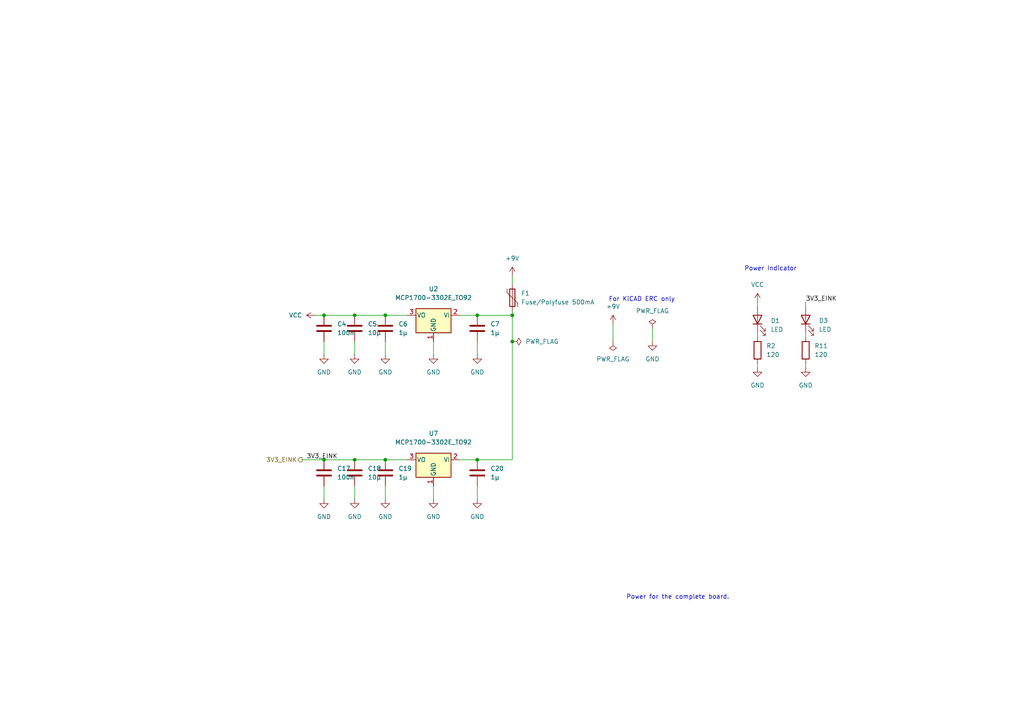
<source format=kicad_sch>
(kicad_sch (version 20211123) (generator eeschema)
  (paper "A4")
  (lib_symbols
    (symbol "Device:C" (pin_numbers hide) (pin_names (offset 0.254))
      (property "Reference" "C" (at 0.635 2.54 0))
      (property "Value" "C" (at 0.635 -2.54 0))
      (symbol "C_0_1"
        (polyline (pts (xy -2.032 -0.762) (xy 2.032 -0.762)) (stroke (width 0.508)))
        (polyline (pts (xy -2.032 0.762) (xy 2.032 0.762)) (stroke (width 0.508)))
      )
      (symbol "C_1_1"
        (pin passive line (at 0 3.81 270) (length 2.794) (name "~") (number "1"))
        (pin passive line (at 0 -3.81 90) (length 2.794) (name "~") (number "2"))
      )
    )
    (symbol "Device:LED" (pin_numbers hide) (pin_names (offset 1.016) hide)
      (property "Reference" "D" (at 0 2.54 0))
      (property "Value" "LED" (at 0 -2.54 0))
      (symbol "LED_0_1"
        (polyline (pts (xy -1.27 -1.27) (xy -1.27 1.27)) (stroke (width 0.254)))
        (polyline (pts (xy -1.27 0) (xy 1.27 0)))
        (polyline (pts (xy 1.27 -1.27) (xy 1.27 1.27) (xy -1.27 0) (xy 1.27 -1.27)) (stroke (width 0.254)))
        (polyline (pts (xy -3.048 -0.762) (xy -4.572 -2.286) (xy -3.81 -2.286) (xy -4.572 -2.286) (xy -4.572 -1.524)))
        (polyline (pts (xy -1.778 -0.762) (xy -3.302 -2.286) (xy -2.54 -2.286) (xy -3.302 -2.286) (xy -3.302 -1.524)))
      )
      (symbol "LED_1_1"
        (pin passive line (at -3.81 0 0) (length 2.54) (name "K") (number "1"))
        (pin passive line (at 3.81 0 180) (length 2.54) (name "A") (number "2"))
      )
    )
    (symbol "Device:Polyfuse" (pin_numbers hide) (pin_names (offset 0))
      (property "Reference" "F" (at -2.54 0 90))
      (property "Value" "Polyfuse" (at 2.54 0 90))
      (symbol "Polyfuse_0_1"
        (rectangle (start -0.762 2.54) (end 0.762 -2.54) (stroke (width 0.254)))
        (polyline (pts (xy 0 2.54) (xy 0 -2.54)))
        (polyline (pts (xy -1.524 2.54) (xy -1.524 1.524) (xy 1.524 -1.524) (xy 1.524 -2.54)))
      )
      (symbol "Polyfuse_1_1"
        (pin passive line (at 0 3.81 270) (length 1.27) (name "~") (number "1"))
        (pin passive line (at 0 -3.81 90) (length 1.27) (name "~") (number "2"))
      )
    )
    (symbol "Device:R" (pin_numbers hide) (pin_names (offset 0))
      (property "Reference" "R" (at 2.032 0 90))
      (property "Value" "R" (at 0 0 90))
      (symbol "R_0_1"
        (rectangle (start -1.016 -2.54) (end 1.016 2.54) (stroke (width 0.254)))
      )
      (symbol "R_1_1"
        (pin passive line (at 0 3.81 270) (length 1.27) (name "~") (number "1"))
        (pin passive line (at 0 -3.81 90) (length 1.27) (name "~") (number "2"))
      )
    )
    (symbol "Regulator_Linear:MCP1700-3302E_TO92" (pin_names (offset 0.254))
      (property "Reference" "U" (at -3.81 -3.175 0))
      (property "Value" "MCP1700-3302E_TO92" (at 0 -3.175 0))
      (symbol "MCP1700-3302E_TO92_0_1"
        (rectangle (start -5.08 5.08) (end 5.08 -1.905) (stroke (width 0.254)) (fill (type background)))
      )
      (symbol "MCP1700-3302E_TO92_1_1"
        (pin power_in line (at 0 7.62 270) (length 2.54) (name "GND") (number "1"))
        (pin power_in line (at -7.62 0 0) (length 2.54) (name "VI") (number "2"))
        (pin power_out line (at 7.62 0 180) (length 2.54) (name "VO") (number "3"))
      )
    )
    (symbol "power:+9V" (power) (pin_names (offset 0))
      (property "Value" "+9V" (at 0 3.556 0))
      (symbol "+9V_0_1"
        (polyline (pts (xy -0.762 1.27) (xy 0 2.54)))
        (polyline (pts (xy 0 0) (xy 0 2.54)))
        (polyline (pts (xy 0 2.54) (xy 0.762 1.27)))
      )
      (symbol "+9V_1_1"
        (pin power_in line (at 0 0 90) (length 0) hide (name "+9V") (number "1"))
      )
    )
    (symbol "power:GND" (power) (pin_names (offset 0))
      (property "Value" "GND" (at 0 -3.81 0))
      (symbol "GND_0_1"
        (polyline (pts (xy 0 0) (xy 0 -1.27) (xy 1.27 -1.27) (xy 0 -2.54) (xy -1.27 -1.27) (xy 0 -1.27)))
      )
      (symbol "GND_1_1"
        (pin power_in line (at 0 0 270) (length 0) hide (name "GND") (number "1"))
      )
    )
    (symbol "power:PWR_FLAG" (power) (pin_numbers hide) (pin_names (offset 0) hide)
      (property "Value" "PWR_FLAG" (at 0 3.81 0))
      (symbol "PWR_FLAG_0_0"
        (pin power_out line (at 0 0 90) (length 0) (name "pwr") (number "1"))
      )
      (symbol "PWR_FLAG_0_1"
        (polyline (pts (xy 0 0) (xy 0 1.27) (xy -1.016 1.905) (xy 0 2.54) (xy 1.016 1.905) (xy 0 1.27)))
      )
    )
    (symbol "power:VCC" (power) (pin_names (offset 0))
      (property "Value" "VCC" (at 0 3.81 0))
      (symbol "VCC_0_1"
        (polyline (pts (xy -0.762 1.27) (xy 0 2.54)))
        (polyline (pts (xy 0 0) (xy 0 2.54)))
        (polyline (pts (xy 0 2.54) (xy 0.762 1.27)))
      )
      (symbol "VCC_1_1"
        (pin power_in line (at 0 0 90) (length 0) hide (name "VCC") (number "1"))
      )
    )
  )
  (junction (at 93.98 133.35))
  (junction (at 138.43 133.35))
  (junction (at 102.87 133.35))
  (junction (at 111.76 133.35))
  (junction (at 111.76 91.44))
  (junction (at 93.98 91.44))
  (junction (at 148.59 99.06))
  (junction (at 138.43 91.44))
  (junction (at 148.59 91.44))
  (junction (at 102.87 91.44))
  (wire (pts (xy 219.71 96.52) (xy 219.71 97.79)))
  (wire (pts (xy 93.98 91.44) (xy 102.87 91.44)))
  (wire (pts (xy 219.71 105.41) (xy 219.71 106.68)))
  (wire (pts (xy 125.73 140.97) (xy 125.73 144.78)))
  (wire (pts (xy 138.43 99.06) (xy 138.43 102.87)))
  (wire (pts (xy 111.76 133.35) (xy 118.11 133.35)))
  (wire (pts (xy 125.73 99.06) (xy 125.73 102.87)))
  (wire (pts (xy 133.35 91.44) (xy 138.43 91.44)))
  (wire (pts (xy 138.43 91.44) (xy 148.59 91.44)))
  (wire (pts (xy 138.43 140.97) (xy 138.43 144.78)))
  (wire (pts (xy 91.44 91.44) (xy 93.98 91.44)))
  (wire (pts (xy 87.63 133.35) (xy 93.98 133.35)))
  (wire (pts (xy 233.68 105.41) (xy 233.68 106.68)))
  (wire (pts (xy 233.68 96.52) (xy 233.68 97.79)))
  (wire (pts (xy 102.87 99.06) (xy 102.87 102.87)))
  (wire (pts (xy 148.59 91.44) (xy 148.59 99.06)))
  (wire (pts (xy 148.59 91.44) (xy 148.59 90.17)))
  (wire (pts (xy 189.23 95.25) (xy 189.23 99.06)))
  (wire (pts (xy 93.98 133.35) (xy 102.87 133.35)))
  (wire (pts (xy 102.87 91.44) (xy 111.76 91.44)))
  (wire (pts (xy 177.8 93.98) (xy 177.8 99.06)))
  (wire (pts (xy 138.43 133.35) (xy 148.59 133.35)))
  (wire (pts (xy 93.98 140.97) (xy 93.98 144.78)))
  (wire (pts (xy 93.98 99.06) (xy 93.98 102.87)))
  (wire (pts (xy 233.68 87.63) (xy 233.68 88.9)))
  (wire (pts (xy 102.87 133.35) (xy 111.76 133.35)))
  (wire (pts (xy 219.71 87.63) (xy 219.71 88.9)))
  (wire (pts (xy 111.76 99.06) (xy 111.76 102.87)))
  (wire (pts (xy 102.87 140.97) (xy 102.87 144.78)))
  (wire (pts (xy 133.35 133.35) (xy 138.43 133.35)))
  (wire (pts (xy 148.59 133.35) (xy 148.59 99.06)))
  (wire (pts (xy 148.59 80.01) (xy 148.59 82.55)))
  (wire (pts (xy 111.76 91.44) (xy 118.11 91.44)))
  (wire (pts (xy 111.76 140.97) (xy 111.76 144.78)))
  (text "For KiCAD ERC only" (at 176.53 87.63 0) (effects (font (size 1.27 1.27)) (justify left bottom)))
  (text "Power Indicator" (at 215.9 78.74 0) (effects (font (size 1.27 1.27)) (justify left bottom)))
  (text "Power for the complete board." (at 181.61 173.99 0) (effects (font (size 1.27 1.27)) (justify left bottom)))
  (label "3V3_EINK" (at 88.9 133.35 0))
  (label "3V3_EINK" (at 233.68 87.63 0))
  (hierarchical_label "3V3_EINK" (shape output) (at 87.63 133.35 180))
  (symbol (lib_id "power:GND") (at 102.87 144.78 0) (unit 1)
    (property "Reference" "#PWR043" (effects hide))
    (property "Value" "GND" (at 102.87 149.86 0))
  )
  (symbol (lib_id "power:GND") (at 219.71 106.68 0) (unit 1)
    (property "Reference" "#PWR022" (effects hide))
    (property "Value" "GND" (at 219.71 111.76 0))
  )
  (symbol (lib_id "Device:C") (at 102.87 137.16 0) (unit 1)
    (property "Reference" "C18" (at 106.68 135.8899 0) (effects (justify left)))
    (property "Value" "10µ" (at 106.68 138.4299 0) (effects (justify left)))
    (property "Footprint" "Capacitor_SMD:C_1206_3216Metric_Pad1.33x1.80mm_HandSolder" (effects hide))
  )
  (symbol (lib_id "power:GND") (at 125.73 144.78 0) (unit 1)
    (property "Reference" "#PWR045" (effects hide))
    (property "Value" "GND" (at 125.73 149.86 0))
  )
  (symbol (lib_id "power:VCC") (at 219.71 87.63 0) (unit 1)
    (property "Reference" "#PWR019" (effects hide))
    (property "Value" "VCC" (at 219.71 82.55 0))
  )
  (symbol (lib_id "Regulator_Linear:MCP1700-3302E_TO92") (at 125.73 91.44 180) (unit 1)
    (property "Reference" "U2" (at 125.73 83.82 0))
    (property "Value" "MCP1700-3302E_TO92" (at 125.73 86.36 0))
    (property "Footprint" "Package_TO_SOT_THT:TO-92_Inline" (effects hide))
    (property "Datasheet" "http://ww1.microchip.com/downloads/en/DeviceDoc/20001826D.pdf" (effects hide))
  )
  (symbol (lib_id "power:GND") (at 138.43 144.78 0) (unit 1)
    (property "Reference" "#PWR046" (effects hide))
    (property "Value" "GND" (at 138.43 149.86 0))
  )
  (symbol (lib_id "power:GND") (at 111.76 102.87 0) (unit 1)
    (property "Reference" "#PWR07" (effects hide))
    (property "Value" "GND" (at 111.76 107.95 0))
  )
  (symbol (lib_id "power:GND") (at 189.23 99.06 0) (unit 1)
    (property "Reference" "#PWR018" (effects hide))
    (property "Value" "GND" (at 189.23 104.14 0))
  )
  (symbol (lib_id "power:GND") (at 93.98 144.78 0) (unit 1)
    (property "Reference" "#PWR042" (effects hide))
    (property "Value" "GND" (at 93.98 149.86 0))
  )
  (symbol (lib_id "power:GND") (at 233.68 106.68 0) (unit 1)
    (property "Reference" "#PWR041" (effects hide))
    (property "Value" "GND" (at 233.68 111.76 0))
  )
  (symbol (lib_id "power:+9V") (at 148.59 80.01 0) (unit 1)
    (property "Reference" "#PWR016" (effects hide))
    (property "Value" "+9V" (at 148.59 74.93 0))
  )
  (symbol (lib_id "Device:R") (at 233.68 101.6 0) (unit 1)
    (property "Reference" "R11" (at 236.22 100.3299 0) (effects (justify left)))
    (property "Value" "120" (at 236.22 102.8699 0) (effects (justify left)))
    (property "Footprint" "Resistor_SMD:R_1206_3216Metric_Pad1.30x1.75mm_HandSolder" (effects hide))
  )
  (symbol (lib_id "Device:Polyfuse") (at 148.59 86.36 0) (unit 1)
    (property "Reference" "F1" (at 151.13 85.0899 0) (effects (justify left)))
    (property "Value" "Fuse/Polyfuse 500mA" (at 151.13 87.6299 0) (effects (justify left)))
    (property "Footprint" "Fuse:Fuse_2512_6332Metric_Pad1.52x3.35mm_HandSolder" (effects hide))
  )
  (symbol (lib_id "power:GND") (at 138.43 102.87 0) (unit 1)
    (property "Reference" "#PWR09" (effects hide))
    (property "Value" "GND" (at 138.43 107.95 0))
  )
  (symbol (lib_id "Device:C") (at 93.98 95.25 0) (unit 1)
    (property "Reference" "C4" (at 97.79 93.9799 0) (effects (justify left)))
    (property "Value" "100n" (at 97.79 96.5199 0) (effects (justify left)))
    (property "Footprint" "Capacitor_SMD:C_1206_3216Metric_Pad1.33x1.80mm_HandSolder" (effects hide))
  )
  (symbol (lib_id "Device:C") (at 111.76 95.25 0) (unit 1)
    (property "Reference" "C6" (at 115.57 93.9799 0) (effects (justify left)))
    (property "Value" "1µ" (at 115.57 96.5199 0) (effects (justify left)))
    (property "Footprint" "Capacitor_SMD:C_1206_3216Metric_Pad1.33x1.80mm_HandSolder" (effects hide))
  )
  (symbol (lib_id "Device:LED") (at 233.68 92.71 90) (unit 1)
    (property "Reference" "D3" (at 237.49 93.0274 90) (effects (justify right)))
    (property "Value" "LED" (at 237.49 95.5674 90) (effects (justify right)))
    (property "Footprint" "LED_SMD:LED_1206_3216Metric_Pad1.42x1.75mm_HandSolder" (effects hide))
  )
  (symbol (lib_id "Regulator_Linear:MCP1700-3302E_TO92") (at 125.73 133.35 180) (unit 1)
    (property "Reference" "U7" (at 125.73 125.73 0))
    (property "Value" "MCP1700-3302E_TO92" (at 125.73 128.27 0))
    (property "Footprint" "Package_TO_SOT_THT:TO-92_Inline" (effects hide))
    (property "Datasheet" "http://ww1.microchip.com/downloads/en/DeviceDoc/20001826D.pdf" (effects hide))
  )
  (symbol (lib_id "Device:C") (at 138.43 95.25 0) (unit 1)
    (property "Reference" "C7" (at 142.24 93.9799 0) (effects (justify left)))
    (property "Value" "1µ" (at 142.24 96.5199 0) (effects (justify left)))
    (property "Footprint" "Capacitor_SMD:C_1206_3216Metric_Pad1.33x1.80mm_HandSolder" (effects hide))
  )
  (symbol (lib_id "power:PWR_FLAG") (at 189.23 95.25 0) (unit 1)
    (property "Reference" "#FLG02" (effects hide))
    (property "Value" "PWR_FLAG" (at 189.23 90.17 0))
  )
  (symbol (lib_id "power:GND") (at 102.87 102.87 0) (unit 1)
    (property "Reference" "#PWR06" (effects hide))
    (property "Value" "GND" (at 102.87 107.95 0))
  )
  (symbol (lib_id "Device:C") (at 111.76 137.16 0) (unit 1)
    (property "Reference" "C19" (at 115.57 135.8899 0) (effects (justify left)))
    (property "Value" "1µ" (at 115.57 138.4299 0) (effects (justify left)))
    (property "Footprint" "Capacitor_SMD:C_1206_3216Metric_Pad1.33x1.80mm_HandSolder" (effects hide))
  )
  (symbol (lib_id "Device:C") (at 138.43 137.16 0) (unit 1)
    (property "Reference" "C20" (at 142.24 135.8899 0) (effects (justify left)))
    (property "Value" "1µ" (at 142.24 138.4299 0) (effects (justify left)))
    (property "Footprint" "Capacitor_SMD:C_1206_3216Metric_Pad1.33x1.80mm_HandSolder" (effects hide))
  )
  (symbol (lib_id "power:VCC") (at 91.44 91.44 90) (unit 1)
    (property "Reference" "#PWR04" (effects hide))
    (property "Value" "VCC" (at 87.63 91.4399 90) (effects (justify left)))
  )
  (symbol (lib_id "Device:R") (at 219.71 101.6 0) (unit 1)
    (property "Reference" "R2" (at 222.25 100.3299 0) (effects (justify left)))
    (property "Value" "120" (at 222.25 102.8699 0) (effects (justify left)))
    (property "Footprint" "Resistor_SMD:R_1206_3216Metric_Pad1.30x1.75mm_HandSolder" (effects hide))
  )
  (symbol (lib_id "power:GND") (at 125.73 102.87 0) (unit 1)
    (property "Reference" "#PWR08" (effects hide))
    (property "Value" "GND" (at 125.73 107.95 0))
  )
  (symbol (lib_id "power:GND") (at 111.76 144.78 0) (unit 1)
    (property "Reference" "#PWR044" (effects hide))
    (property "Value" "GND" (at 111.76 149.86 0))
  )
  (symbol (lib_id "power:PWR_FLAG") (at 177.8 99.06 180) (unit 1)
    (property "Reference" "#FLG03" (effects hide))
    (property "Value" "PWR_FLAG" (at 177.8 104.14 0))
  )
  (symbol (lib_id "power:GND") (at 93.98 102.87 0) (unit 1)
    (property "Reference" "#PWR05" (effects hide))
    (property "Value" "GND" (at 93.98 107.95 0))
  )
  (symbol (lib_id "Device:C") (at 102.87 95.25 0) (unit 1)
    (property "Reference" "C5" (at 106.68 93.9799 0) (effects (justify left)))
    (property "Value" "10µ" (at 106.68 96.5199 0) (effects (justify left)))
    (property "Footprint" "Capacitor_SMD:C_1206_3216Metric_Pad1.33x1.80mm_HandSolder" (effects hide))
  )
  (symbol (lib_id "power:+9V") (at 177.8 93.98 0) (unit 1)
    (property "Reference" "#PWR017" (effects hide))
    (property "Value" "+9V" (at 177.8 88.9 0))
  )
  (symbol (lib_id "power:PWR_FLAG") (at 148.59 99.06 270) (unit 1)
    (property "Reference" "#FLG01" (effects hide))
    (property "Value" "PWR_FLAG" (at 152.4 99.0599 90) (effects (justify left)))
  )
  (symbol (lib_id "Device:LED") (at 219.71 92.71 90) (unit 1)
    (property "Reference" "D1" (at 223.52 93.0274 90) (effects (justify right)))
    (property "Value" "LED" (at 223.52 95.5674 90) (effects (justify right)))
    (property "Footprint" "LED_SMD:LED_1206_3216Metric_Pad1.42x1.75mm_HandSolder" (effects hide))
  )
  (symbol (lib_id "Device:C") (at 93.98 137.16 0) (unit 1)
    (property "Reference" "C17" (at 97.79 135.8899 0) (effects (justify left)))
    (property "Value" "100n" (at 97.79 138.4299 0) (effects (justify left)))
    (property "Footprint" "Capacitor_SMD:C_1206_3216Metric_Pad1.33x1.80mm_HandSolder" (effects hide))
  )
)
</source>
